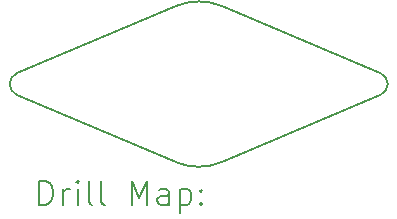
<source format=gbr>
%TF.GenerationSoftware,KiCad,Pcbnew,8.0.1*%
%TF.CreationDate,2024-05-01T16:23:47+08:00*%
%TF.ProjectId,encoder,656e636f-6465-4722-9e6b-696361645f70,rev?*%
%TF.SameCoordinates,Original*%
%TF.FileFunction,Drillmap*%
%TF.FilePolarity,Positive*%
%FSLAX45Y45*%
G04 Gerber Fmt 4.5, Leading zero omitted, Abs format (unit mm)*
G04 Created by KiCad (PCBNEW 8.0.1) date 2024-05-01 16:23:47*
%MOMM*%
%LPD*%
G01*
G04 APERTURE LIST*
%ADD10C,0.200000*%
G04 APERTURE END LIST*
D10*
X18490000Y-7385000D02*
X19834212Y-6816586D01*
X19834212Y-8137624D02*
X18490000Y-7569210D01*
X21567895Y-7569210D02*
X20223683Y-8137624D01*
X21567895Y-7385001D02*
G75*
G02*
X21567891Y-7569200I-38945J-92099D01*
G01*
X21567895Y-7385001D02*
X21567895Y-7385000D01*
X20223683Y-6816586D02*
X21567895Y-7385000D01*
X18490000Y-7569209D02*
X18490000Y-7569210D01*
X18490000Y-7569209D02*
G75*
G02*
X18489997Y-7384993I38950J92109D01*
G01*
X20223683Y-8137624D02*
G75*
G02*
X19834213Y-8137622I-194733J460514D01*
G01*
X21567895Y-7569209D02*
X21567895Y-7569210D01*
X18490000Y-7385001D02*
X18490000Y-7385000D01*
X19834212Y-6816586D02*
G75*
G02*
X20223683Y-6816586I194735J-460517D01*
G01*
X18679721Y-8498588D02*
X18679721Y-8298588D01*
X18679721Y-8298588D02*
X18727340Y-8298588D01*
X18727340Y-8298588D02*
X18755912Y-8308112D01*
X18755912Y-8308112D02*
X18774959Y-8327159D01*
X18774959Y-8327159D02*
X18784483Y-8346207D01*
X18784483Y-8346207D02*
X18794007Y-8384302D01*
X18794007Y-8384302D02*
X18794007Y-8412874D01*
X18794007Y-8412874D02*
X18784483Y-8450969D01*
X18784483Y-8450969D02*
X18774959Y-8470017D01*
X18774959Y-8470017D02*
X18755912Y-8489064D01*
X18755912Y-8489064D02*
X18727340Y-8498588D01*
X18727340Y-8498588D02*
X18679721Y-8498588D01*
X18879721Y-8498588D02*
X18879721Y-8365255D01*
X18879721Y-8403350D02*
X18889245Y-8384302D01*
X18889245Y-8384302D02*
X18898769Y-8374778D01*
X18898769Y-8374778D02*
X18917817Y-8365255D01*
X18917817Y-8365255D02*
X18936864Y-8365255D01*
X19003531Y-8498588D02*
X19003531Y-8365255D01*
X19003531Y-8298588D02*
X18994007Y-8308112D01*
X18994007Y-8308112D02*
X19003531Y-8317636D01*
X19003531Y-8317636D02*
X19013055Y-8308112D01*
X19013055Y-8308112D02*
X19003531Y-8298588D01*
X19003531Y-8298588D02*
X19003531Y-8317636D01*
X19127340Y-8498588D02*
X19108293Y-8489064D01*
X19108293Y-8489064D02*
X19098769Y-8470017D01*
X19098769Y-8470017D02*
X19098769Y-8298588D01*
X19232102Y-8498588D02*
X19213055Y-8489064D01*
X19213055Y-8489064D02*
X19203531Y-8470017D01*
X19203531Y-8470017D02*
X19203531Y-8298588D01*
X19460674Y-8498588D02*
X19460674Y-8298588D01*
X19460674Y-8298588D02*
X19527340Y-8441445D01*
X19527340Y-8441445D02*
X19594007Y-8298588D01*
X19594007Y-8298588D02*
X19594007Y-8498588D01*
X19774959Y-8498588D02*
X19774959Y-8393826D01*
X19774959Y-8393826D02*
X19765436Y-8374778D01*
X19765436Y-8374778D02*
X19746388Y-8365255D01*
X19746388Y-8365255D02*
X19708293Y-8365255D01*
X19708293Y-8365255D02*
X19689245Y-8374778D01*
X19774959Y-8489064D02*
X19755912Y-8498588D01*
X19755912Y-8498588D02*
X19708293Y-8498588D01*
X19708293Y-8498588D02*
X19689245Y-8489064D01*
X19689245Y-8489064D02*
X19679721Y-8470017D01*
X19679721Y-8470017D02*
X19679721Y-8450969D01*
X19679721Y-8450969D02*
X19689245Y-8431921D01*
X19689245Y-8431921D02*
X19708293Y-8422398D01*
X19708293Y-8422398D02*
X19755912Y-8422398D01*
X19755912Y-8422398D02*
X19774959Y-8412874D01*
X19870198Y-8365255D02*
X19870198Y-8565255D01*
X19870198Y-8374778D02*
X19889245Y-8365255D01*
X19889245Y-8365255D02*
X19927340Y-8365255D01*
X19927340Y-8365255D02*
X19946388Y-8374778D01*
X19946388Y-8374778D02*
X19955912Y-8384302D01*
X19955912Y-8384302D02*
X19965436Y-8403350D01*
X19965436Y-8403350D02*
X19965436Y-8460493D01*
X19965436Y-8460493D02*
X19955912Y-8479540D01*
X19955912Y-8479540D02*
X19946388Y-8489064D01*
X19946388Y-8489064D02*
X19927340Y-8498588D01*
X19927340Y-8498588D02*
X19889245Y-8498588D01*
X19889245Y-8498588D02*
X19870198Y-8489064D01*
X20051150Y-8479540D02*
X20060674Y-8489064D01*
X20060674Y-8489064D02*
X20051150Y-8498588D01*
X20051150Y-8498588D02*
X20041626Y-8489064D01*
X20041626Y-8489064D02*
X20051150Y-8479540D01*
X20051150Y-8479540D02*
X20051150Y-8498588D01*
X20051150Y-8374778D02*
X20060674Y-8384302D01*
X20060674Y-8384302D02*
X20051150Y-8393826D01*
X20051150Y-8393826D02*
X20041626Y-8384302D01*
X20041626Y-8384302D02*
X20051150Y-8374778D01*
X20051150Y-8374778D02*
X20051150Y-8393826D01*
M02*

</source>
